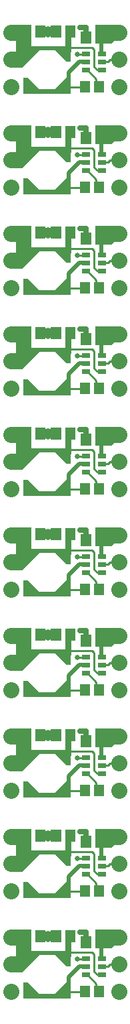
<source format=gbr>
G04 start of page 2 for group 0 idx 0 *
G04 Title: (unknown), component *
G04 Creator: pcb 4.0.2 *
G04 CreationDate: Mon Aug 16 16:10:31 2021 UTC *
G04 For: ndholmes *
G04 Format: Gerber/RS-274X *
G04 PCB-Dimensions (mil): 700.00 5100.00 *
G04 PCB-Coordinate-Origin: lower left *
%MOIN*%
%FSLAX25Y25*%
%LNTOP*%
%ADD21C,0.0500*%
%ADD20C,0.0120*%
%ADD19C,0.0310*%
%ADD18C,0.0260*%
%ADD17C,0.0800*%
%ADD16C,0.0250*%
%ADD15C,0.0450*%
%ADD14C,0.0300*%
%ADD13C,0.0100*%
%ADD12C,0.0200*%
%ADD11C,0.0001*%
G54D11*G36*
X8000Y434000D02*X16500D01*
Y429000D01*
X13500Y426000D01*
X8000D01*
Y434000D01*
G37*
G36*
Y384000D02*X16500D01*
Y379000D01*
X13500Y376000D01*
X8000D01*
Y384000D01*
G37*
G36*
X10500Y391000D02*X17000D01*
Y382000D01*
X10500D01*
Y391000D01*
G37*
G36*
X50000Y442000D02*X59500D01*
Y439500D01*
X58000Y438000D01*
X50000D01*
Y442000D01*
G37*
G36*
Y339500D02*Y347500D01*
X62000D01*
Y339500D01*
X50000D01*
G37*
G36*
Y342000D02*X59500D01*
Y339500D01*
X58000Y338000D01*
X50000D01*
Y342000D01*
G37*
G36*
X8000Y389500D02*Y397500D01*
X18000D01*
Y389500D01*
X8000D01*
G37*
G36*
X50000D02*Y397500D01*
X62000D01*
Y389500D01*
X50000D01*
G37*
G36*
Y392000D02*X59500D01*
Y389500D01*
X58000Y388000D01*
X50000D01*
Y392000D01*
G37*
G36*
Y492000D02*X59500D01*
Y489500D01*
X58000Y488000D01*
X50000D01*
Y492000D01*
G37*
G36*
X8000Y439500D02*Y447500D01*
X18000D01*
Y439500D01*
X8000D01*
G37*
G36*
X50000D02*Y447500D01*
X62000D01*
Y439500D01*
X50000D01*
G37*
G36*
X8000Y489500D02*Y497500D01*
X18000D01*
Y489500D01*
X8000D01*
G37*
G36*
X50000D02*Y497500D01*
X62000D01*
Y489500D01*
X50000D01*
G37*
G36*
X8000Y484000D02*X16500D01*
Y479000D01*
X13500Y476000D01*
X8000D01*
Y484000D01*
G37*
G36*
X10500Y491000D02*X17000D01*
Y482000D01*
X10500D01*
Y491000D01*
G37*
G36*
Y441000D02*X17000D01*
Y432000D01*
X10500D01*
Y441000D01*
G37*
G36*
X8000Y339500D02*Y347500D01*
X18000D01*
Y339500D01*
X8000D01*
G37*
G36*
Y334000D02*X16500D01*
Y329000D01*
X13500Y326000D01*
X8000D01*
Y334000D01*
G37*
G36*
X10500Y341000D02*X17000D01*
Y332000D01*
X10500D01*
Y341000D01*
G37*
G36*
X8000Y289500D02*Y297500D01*
X18000D01*
Y289500D01*
X8000D01*
G37*
G36*
X50000D02*Y297500D01*
X62000D01*
Y289500D01*
X50000D01*
G37*
G36*
Y292000D02*X59500D01*
Y289500D01*
X58000Y288000D01*
X50000D01*
Y292000D01*
G37*
G36*
Y239500D02*Y247500D01*
X62000D01*
Y239500D01*
X50000D01*
G37*
G36*
Y242000D02*X59500D01*
Y239500D01*
X58000Y238000D01*
X50000D01*
Y242000D01*
G37*
G36*
Y189500D02*Y197500D01*
X62000D01*
Y189500D01*
X50000D01*
G37*
G36*
X8000Y284000D02*X16500D01*
Y279000D01*
X13500Y276000D01*
X8000D01*
Y284000D01*
G37*
G36*
X10500Y291000D02*X17000D01*
Y282000D01*
X10500D01*
Y291000D01*
G37*
G36*
X8000Y239500D02*Y247500D01*
X18000D01*
Y239500D01*
X8000D01*
G37*
G36*
X10500Y241000D02*X17000D01*
Y232000D01*
X10500D01*
Y241000D01*
G37*
G36*
X8000Y234000D02*X16500D01*
Y229000D01*
X13500Y226000D01*
X8000D01*
Y234000D01*
G37*
G36*
Y189500D02*Y197500D01*
X18000D01*
Y189500D01*
X8000D01*
G37*
G36*
Y184000D02*X16500D01*
Y179000D01*
X13500Y176000D01*
X8000D01*
Y184000D01*
G37*
G36*
X10500Y191000D02*X17000D01*
Y182000D01*
X10500D01*
Y191000D01*
G37*
G36*
X50000Y192000D02*X59500D01*
Y189500D01*
X58000Y188000D01*
X50000D01*
Y192000D01*
G37*
G36*
X8000Y139500D02*Y147500D01*
X18000D01*
Y139500D01*
X8000D01*
G37*
G36*
X50000D02*Y147500D01*
X62000D01*
Y139500D01*
X50000D01*
G37*
G36*
Y142000D02*X59500D01*
Y139500D01*
X58000Y138000D01*
X50000D01*
Y142000D01*
G37*
G36*
X8000Y134000D02*X16500D01*
Y129000D01*
X13500Y126000D01*
X8000D01*
Y134000D01*
G37*
G36*
X10500Y141000D02*X17000D01*
Y132000D01*
X10500D01*
Y141000D01*
G37*
G36*
X8000Y89500D02*Y97500D01*
X18000D01*
Y89500D01*
X8000D01*
G37*
G36*
X50000D02*Y97500D01*
X62000D01*
Y89500D01*
X50000D01*
G37*
G36*
Y92000D02*X59500D01*
Y89500D01*
X58000Y88000D01*
X50000D01*
Y92000D01*
G37*
G36*
Y39500D02*Y47500D01*
X62000D01*
Y39500D01*
X50000D01*
G37*
G36*
Y42000D02*X59500D01*
Y39500D01*
X58000Y38000D01*
X50000D01*
Y42000D01*
G37*
G36*
X8000Y84000D02*X16500D01*
Y79000D01*
X13500Y76000D01*
X8000D01*
Y84000D01*
G37*
G36*
X10500Y91000D02*X17000D01*
Y82000D01*
X10500D01*
Y91000D01*
G37*
G36*
X8000Y39500D02*Y47500D01*
X18000D01*
Y39500D01*
X8000D01*
G37*
G36*
Y34000D02*X16500D01*
Y29000D01*
X13500Y26000D01*
X8000D01*
Y34000D01*
G37*
G36*
X10500Y41000D02*X17000D01*
Y32000D01*
X10500D01*
Y41000D01*
G37*
G54D12*X53043Y441000D02*Y432800D01*
X45300Y428900D02*X42000D01*
G54D13*X49500Y435000D02*X48500Y436000D01*
X53500Y425000D02*X51000D01*
X49500Y426500D01*
X45300Y425000D02*X46000D01*
X50500Y420500D01*
Y416500D01*
X48500Y436000D02*X36500D01*
X45300Y432800D02*X41000D01*
X53500Y428900D02*X56400D01*
X57500Y430000D01*
X62000D01*
G54D14*X36500Y394000D02*Y384500D01*
G54D13*X45300Y382800D02*X41000D01*
X46000Y375000D02*X50500Y370500D01*
Y366500D01*
X49500Y385000D02*X48500Y386000D01*
X36500D01*
G54D12*X45300Y378900D02*X42000D01*
X36700Y373600D01*
Y367100D01*
G54D13*X44957Y366500D02*X33813D01*
X45300Y375000D02*X46000D01*
G54D15*X23043Y444000D02*X30457D01*
X23043Y394000D02*X30457D01*
G54D14*X36500Y444000D02*Y434500D01*
G54D12*X42000Y428900D02*X36700Y423600D01*
G54D16*X42500Y446000D02*X45500D01*
Y441000D01*
G54D14*X16500Y444000D02*Y434500D01*
Y394000D02*Y384500D01*
G54D12*X36700Y423600D02*Y417100D01*
G54D13*X44957Y416500D02*X33813D01*
G54D16*X42500Y396000D02*X45500D01*
Y391000D01*
G54D12*X42000Y478900D02*X36700Y473600D01*
Y467100D01*
G54D13*X44957Y466500D02*X33813D01*
G54D12*X53043Y491000D02*Y482800D01*
G54D14*X36500Y494000D02*Y484500D01*
G54D13*X49500Y485000D02*X48500Y486000D01*
X36500D01*
G54D15*X23043Y494000D02*X30457D01*
G54D14*X16500D02*Y484500D01*
G54D16*X42500Y496000D02*X45500D01*
Y491000D01*
G54D13*X46000Y475000D02*X50500Y470500D01*
Y466500D01*
X51000Y475000D02*X49500Y476500D01*
G54D12*X45300Y478900D02*X42000D01*
G54D13*X45300Y475000D02*X46000D01*
X45300Y482800D02*X41000D01*
X53500Y475000D02*X51000D01*
X49500Y476500D02*Y485000D01*
X53500Y478900D02*X56400D01*
X57500Y480000D01*
X62000D01*
X49500Y426500D02*Y435000D01*
G54D12*X53043Y391000D02*Y382800D01*
G54D13*X53500Y375000D02*X51000D01*
X49500Y376500D01*
Y385000D01*
X53500Y378900D02*X56400D01*
X57500Y380000D01*
X62000D01*
G54D15*X23043Y344000D02*X30457D01*
G54D14*X36500D02*Y334500D01*
X16500Y344000D02*Y334500D01*
G54D16*X42500Y346000D02*X45500D01*
Y341000D01*
G54D13*X45300Y325000D02*X46000D01*
X50500Y320500D01*
Y316500D01*
G54D12*X42000Y328900D02*X36700Y323600D01*
G54D13*X44957Y316500D02*X33813D01*
G54D12*X45300Y328900D02*X42000D01*
G54D13*X49500Y335000D02*X48500Y336000D01*
X36500D01*
X45300Y332800D02*X41000D01*
G54D12*X36700Y323600D02*Y317100D01*
G54D14*X36500Y294000D02*Y284500D01*
G54D12*X36700Y273600D02*Y267100D01*
G54D14*X36500Y244000D02*Y234500D01*
G54D12*X36700Y223600D02*Y217100D01*
G54D15*X23043Y294000D02*X30457D01*
G54D14*X16500D02*Y284500D01*
G54D15*X23043Y244000D02*X30457D01*
G54D14*X16500D02*Y234500D01*
G54D12*X45300Y278900D02*X42000D01*
X36700Y273600D01*
G54D13*X44957Y266500D02*X33813D01*
X45300Y275000D02*X46000D01*
X50500Y270500D01*
Y266500D01*
X48500Y286000D02*X36500D01*
X45300Y282800D02*X41000D01*
G54D16*X42500Y296000D02*X45500D01*
Y291000D01*
G54D13*X45300Y232800D02*X41000D01*
G54D16*X42500Y246000D02*X45500D01*
Y241000D01*
G54D12*X53043Y341000D02*Y332800D01*
G54D13*X53500Y325000D02*X51000D01*
X49500Y326500D01*
Y335000D01*
X53500Y328900D02*X56400D01*
X57500Y330000D01*
X62000D01*
G54D12*X53043Y291000D02*Y282800D01*
G54D13*X53500Y275000D02*X51000D01*
X49500Y276500D01*
Y285000D01*
X53500Y278900D02*X56400D01*
X57500Y280000D01*
X62000D01*
X49500Y285000D02*X48500Y286000D01*
X46000Y225000D02*X50500Y220500D01*
Y216500D01*
X49500Y226500D02*Y235000D01*
X48500Y236000D01*
X36500D01*
G54D12*X45300Y228900D02*X42000D01*
X36700Y223600D01*
G54D13*X44957Y216500D02*X33813D01*
X45300Y225000D02*X46000D01*
G54D15*X23043Y194000D02*X30457D01*
G54D16*X42500Y196000D02*X45500D01*
Y191000D01*
G54D12*X53043Y241000D02*Y232800D01*
G54D13*X53500Y225000D02*X51000D01*
X49500Y226500D01*
X53500Y228900D02*X56400D01*
X57500Y230000D01*
X62000D01*
G54D12*X53043Y191000D02*Y182800D01*
G54D13*X53500Y175000D02*X51000D01*
X49500Y176500D01*
Y185000D01*
X53500Y178900D02*X56400D01*
X57500Y180000D01*
X62000D01*
G54D14*X36500Y194000D02*Y184500D01*
X16500Y194000D02*Y184500D01*
G54D12*X45300Y178900D02*X42000D01*
G54D13*X49500Y185000D02*X48500Y186000D01*
X36500D01*
X45300Y182800D02*X41000D01*
G54D12*X42000Y178900D02*X36700Y173600D01*
Y167100D01*
G54D13*X44957Y166500D02*X33813D01*
X45300Y175000D02*X46000D01*
X50500Y170500D01*
Y166500D01*
G54D15*X23043Y144000D02*X30457D01*
G54D14*X16500D02*Y134500D01*
G54D15*X23043Y94000D02*X30457D01*
G54D14*X16500D02*Y84500D01*
G54D12*X45300Y128900D02*X42000D01*
X36700Y123600D01*
G54D13*X45300Y125000D02*X46000D01*
X45300Y132800D02*X41000D01*
X49500Y135000D02*X48500Y136000D01*
G54D16*X42500Y146000D02*X45500D01*
Y141000D01*
G54D13*X48500Y136000D02*X36500D01*
G54D16*X45500Y96000D02*Y91000D01*
G54D12*X45300Y78900D02*X42000D01*
X36700Y73600D01*
Y67100D01*
G54D13*X44957Y66500D02*X33813D01*
X45300Y75000D02*X46000D01*
X50500Y70500D01*
Y66500D01*
G54D14*X36500Y144000D02*Y134500D01*
Y94000D02*Y84500D01*
G54D12*X36700Y123600D02*Y117100D01*
G54D13*X44957Y116500D02*X33813D01*
X46000Y125000D02*X50500Y120500D01*
Y116500D01*
X49500Y85000D02*X48500Y86000D01*
X36500D01*
X45300Y82800D02*X41000D01*
G54D16*X42500Y96000D02*X45500D01*
G54D12*X53043Y141000D02*Y132800D01*
G54D13*X53500Y125000D02*X51000D01*
X49500Y126500D01*
Y135000D01*
X53500Y128900D02*X56400D01*
X57500Y130000D01*
X62000D01*
G54D12*X53043Y91000D02*Y82800D01*
G54D13*X53500Y75000D02*X51000D01*
X49500Y76500D01*
Y85000D01*
X53500Y78900D02*X56400D01*
X57500Y80000D01*
X62000D01*
G54D12*X53043Y41000D02*Y32800D01*
G54D13*X53500Y25000D02*X51000D01*
X49500Y26500D01*
Y35000D01*
X53500Y28900D02*X56400D01*
X57500Y30000D01*
X62000D01*
G54D15*X23043Y44000D02*X30457D01*
G54D14*X36500D02*Y34500D01*
X16500Y44000D02*Y34500D01*
G54D16*X42500Y46000D02*X45500D01*
Y41000D01*
G54D12*X45300Y28900D02*X42000D01*
X36700Y23600D01*
Y17100D01*
G54D13*X44957Y16500D02*X33813D01*
X45300Y25000D02*X46000D01*
X50500Y20500D01*
Y16500D01*
X49500Y35000D02*X48500Y36000D01*
X36500D01*
X45300Y32800D02*X41000D01*
G54D17*X62000Y366500D03*
Y380000D03*
Y393500D03*
Y343500D03*
X8000Y380000D03*
Y366500D03*
Y393500D03*
Y330000D03*
Y316500D03*
Y343500D03*
Y466500D03*
X62000Y416500D03*
X8000D03*
X62000Y443500D03*
X8000D03*
X62000Y466500D03*
X8000Y480000D03*
X62000D03*
Y493500D03*
X8000D03*
Y430000D03*
X62000D03*
Y316500D03*
Y330000D03*
Y280000D03*
Y293500D03*
X8000Y280000D03*
Y293500D03*
Y266500D03*
Y230000D03*
Y243500D03*
X62000Y266500D03*
Y216500D03*
Y230000D03*
Y243500D03*
Y166500D03*
Y180000D03*
Y193500D03*
X8000Y216500D03*
Y180000D03*
Y166500D03*
Y193500D03*
X62000Y116500D03*
Y130000D03*
Y143500D03*
Y93500D03*
X8000Y130000D03*
Y116500D03*
Y143500D03*
Y80000D03*
Y66500D03*
Y93500D03*
X62000Y66500D03*
Y80000D03*
Y16500D03*
Y30000D03*
Y43500D03*
X8000Y30000D03*
Y16500D03*
Y43500D03*
G54D11*G36*
X14150Y315450D02*Y313150D01*
X37850D01*
Y315450D01*
X14150D01*
G37*
G36*
X37850Y321050D02*X35550D01*
Y313150D01*
X37850D01*
Y321050D01*
G37*
G36*
X16450D02*X14150D01*
Y313150D01*
X16450D01*
Y321050D01*
G37*
G36*
X33550Y317450D02*Y313450D01*
X37550D01*
Y317450D01*
X33550D01*
G37*
G36*
X14450D02*Y313450D01*
X18450D01*
Y317450D01*
X14450D01*
G37*
G36*
X37671Y318923D02*X35550Y321044D01*
X29956Y315450D01*
X32077Y313329D01*
X37671Y318923D01*
G37*
G36*
X16450Y321044D02*X14329Y318923D01*
X19923Y313329D01*
X22044Y315450D01*
X16450Y321044D01*
G37*
G36*
X51500Y326200D02*Y323800D01*
X55500D01*
Y326200D01*
X51500D01*
G37*
G36*
X54602Y319452D02*X49484D01*
Y313548D01*
X54602D01*
Y319452D01*
G37*
G36*
X51500Y330100D02*Y327700D01*
X55500D01*
Y330100D01*
X51500D01*
G37*
G36*
Y334000D02*Y331600D01*
X55500D01*
Y334000D01*
X51500D01*
G37*
G36*
X55102Y343952D02*X49984D01*
Y338048D01*
X55102D01*
Y343952D01*
G37*
G36*
X18016Y296952D02*X12898D01*
Y291048D01*
X18016D01*
Y296952D01*
G37*
G36*
X25102D02*X19984D01*
Y291048D01*
X25102D01*
Y296952D01*
G37*
G36*
X40102D02*X34984D01*
Y291048D01*
X40102D01*
Y296952D01*
G37*
G36*
X33016D02*X27898D01*
Y291048D01*
X33016D01*
Y296952D01*
G37*
G36*
X14150Y286850D02*Y284550D01*
X37850D01*
Y286850D01*
X14150D01*
G37*
G36*
Y265450D02*Y263150D01*
X37850D01*
Y265450D01*
X14150D01*
G37*
G36*
X37850Y271050D02*X35550D01*
Y263150D01*
X37850D01*
Y271050D01*
G37*
G36*
X16450D02*X14150D01*
Y263150D01*
X16450D01*
Y271050D01*
G37*
G36*
X33550Y267450D02*Y263450D01*
X37550D01*
Y267450D01*
X33550D01*
G37*
G36*
X14450D02*Y263450D01*
X18450D01*
Y267450D01*
X14450D01*
G37*
G36*
X16450Y271044D02*X14329Y268923D01*
X19923Y263329D01*
X22044Y265450D01*
X16450Y271044D01*
G37*
G36*
X51500Y276200D02*Y273800D01*
X55500D01*
Y276200D01*
X51500D01*
G37*
G36*
X54602Y269452D02*X49484D01*
Y263548D01*
X54602D01*
Y269452D01*
G37*
G36*
X51500Y280100D02*Y277700D01*
X55500D01*
Y280100D01*
X51500D01*
G37*
G36*
Y284000D02*Y281600D01*
X55500D01*
Y284000D01*
X51500D01*
G37*
G36*
X37671Y268923D02*X35550Y271044D01*
X29956Y265450D01*
X32077Y263329D01*
X37671Y268923D01*
G37*
G36*
X40102Y246952D02*X34984D01*
Y241048D01*
X40102D01*
Y246952D01*
G37*
G36*
X33016D02*X27898D01*
Y241048D01*
X33016D01*
Y246952D01*
G37*
G36*
X18016D02*X12898D01*
Y241048D01*
X18016D01*
Y246952D01*
G37*
G36*
X25102D02*X19984D01*
Y241048D01*
X25102D01*
Y246952D01*
G37*
G36*
X16450Y236850D02*X14150D01*
Y228950D01*
X16450D01*
Y236850D01*
G37*
G36*
X22044Y234550D02*X19923Y236671D01*
X14329Y231077D01*
X16450Y228956D01*
X22044Y234550D01*
G37*
G36*
X14450Y236550D02*Y232550D01*
X18450D01*
Y236550D01*
X14450D01*
G37*
G36*
X14150Y215450D02*Y213150D01*
X37850D01*
Y215450D01*
X14150D01*
G37*
G36*
X37850Y221050D02*X35550D01*
Y213150D01*
X37850D01*
Y221050D01*
G37*
G36*
X16450D02*X14150D01*
Y213150D01*
X16450D01*
Y221050D01*
G37*
G36*
X33550Y217450D02*Y213450D01*
X37550D01*
Y217450D01*
X33550D01*
G37*
G36*
X14450D02*Y213450D01*
X18450D01*
Y217450D01*
X14450D01*
G37*
G36*
X16450Y221044D02*X14329Y218923D01*
X19923Y213329D01*
X22044Y215450D01*
X16450Y221044D01*
G37*
G36*
X32077Y236671D02*X29956Y234550D01*
X35550Y228956D01*
X37671Y231077D01*
X32077Y236671D01*
G37*
G36*
X14150Y236850D02*Y234550D01*
X37850D01*
Y236850D01*
X14150D01*
G37*
G36*
X37850D02*X35550D01*
Y228950D01*
X37850D01*
Y236850D01*
G37*
G36*
X33550Y236550D02*Y232550D01*
X37550D01*
Y236550D01*
X33550D01*
G37*
G36*
X51500Y226200D02*Y223800D01*
X55500D01*
Y226200D01*
X51500D01*
G37*
G36*
Y230100D02*Y227700D01*
X55500D01*
Y230100D01*
X51500D01*
G37*
G36*
X43300D02*Y227700D01*
X47300D01*
Y230100D01*
X43300D01*
G37*
G36*
Y226200D02*Y223800D01*
X47300D01*
Y226200D01*
X43300D01*
G37*
G36*
X51500Y234000D02*Y231600D01*
X55500D01*
Y234000D01*
X51500D01*
G37*
G36*
X43300D02*Y231600D01*
X47300D01*
Y234000D01*
X43300D01*
G37*
G36*
X55102Y243952D02*X49984D01*
Y238048D01*
X55102D01*
Y243952D01*
G37*
G36*
X48016D02*X42898D01*
Y238048D01*
X48016D01*
Y243952D01*
G37*
G36*
X37671Y218923D02*X35550Y221044D01*
X29956Y215450D01*
X32077Y213329D01*
X37671Y218923D01*
G37*
G36*
X40102Y196952D02*X34984D01*
Y191048D01*
X40102D01*
Y196952D01*
G37*
G36*
X33016D02*X27898D01*
Y191048D01*
X33016D01*
Y196952D01*
G37*
G36*
X54602Y219452D02*X49484D01*
Y213548D01*
X54602D01*
Y219452D01*
G37*
G36*
X55102Y193952D02*X49984D01*
Y188048D01*
X55102D01*
Y193952D01*
G37*
G36*
X47516Y219452D02*X42398D01*
Y213548D01*
X47516D01*
Y219452D01*
G37*
G36*
X43300Y184000D02*Y181600D01*
X47300D01*
Y184000D01*
X43300D01*
G37*
G36*
Y180100D02*Y177700D01*
X47300D01*
Y180100D01*
X43300D01*
G37*
G36*
Y176200D02*Y173800D01*
X47300D01*
Y176200D01*
X43300D01*
G37*
G36*
X47516Y169452D02*X42398D01*
Y163548D01*
X47516D01*
Y169452D01*
G37*
G36*
X48016Y193952D02*X42898D01*
Y188048D01*
X48016D01*
Y193952D01*
G37*
G36*
X51500Y176200D02*Y173800D01*
X55500D01*
Y176200D01*
X51500D01*
G37*
G36*
Y180100D02*Y177700D01*
X55500D01*
Y180100D01*
X51500D01*
G37*
G36*
Y184000D02*Y181600D01*
X55500D01*
Y184000D01*
X51500D01*
G37*
G36*
X54602Y169452D02*X49484D01*
Y163548D01*
X54602D01*
Y169452D01*
G37*
G36*
X18016Y196952D02*X12898D01*
Y191048D01*
X18016D01*
Y196952D01*
G37*
G36*
X25102D02*X19984D01*
Y191048D01*
X25102D01*
Y196952D01*
G37*
G36*
X16450Y186850D02*X14150D01*
Y178950D01*
X16450D01*
Y186850D01*
G37*
G36*
X22044Y184550D02*X19923Y186671D01*
X14329Y181077D01*
X16450Y178956D01*
X22044Y184550D01*
G37*
G36*
X14450Y186550D02*Y182550D01*
X18450D01*
Y186550D01*
X14450D01*
G37*
G36*
X14150Y165450D02*Y163150D01*
X37850D01*
Y165450D01*
X14150D01*
G37*
G36*
X37850Y171050D02*X35550D01*
Y163150D01*
X37850D01*
Y171050D01*
G37*
G36*
X16450D02*X14150D01*
Y163150D01*
X16450D01*
Y171050D01*
G37*
G36*
X33550Y167450D02*Y163450D01*
X37550D01*
Y167450D01*
X33550D01*
G37*
G36*
X14450D02*Y163450D01*
X18450D01*
Y167450D01*
X14450D01*
G37*
G36*
X37671Y168923D02*X35550Y171044D01*
X29956Y165450D01*
X32077Y163329D01*
X37671Y168923D01*
G37*
G36*
X40102Y146952D02*X34984D01*
Y141048D01*
X40102D01*
Y146952D01*
G37*
G36*
X33016D02*X27898D01*
Y141048D01*
X33016D01*
Y146952D01*
G37*
G36*
X16450Y171044D02*X14329Y168923D01*
X19923Y163329D01*
X22044Y165450D01*
X16450Y171044D01*
G37*
G36*
X18016Y146952D02*X12898D01*
Y141048D01*
X18016D01*
Y146952D01*
G37*
G36*
X25102D02*X19984D01*
Y141048D01*
X25102D01*
Y146952D01*
G37*
G36*
X32077Y186671D02*X29956Y184550D01*
X35550Y178956D01*
X37671Y181077D01*
X32077Y186671D01*
G37*
G36*
X14150Y186850D02*Y184550D01*
X37850D01*
Y186850D01*
X14150D01*
G37*
G36*
X37850D02*X35550D01*
Y178950D01*
X37850D01*
Y186850D01*
G37*
G36*
X33550Y186550D02*Y182550D01*
X37550D01*
Y186550D01*
X33550D01*
G37*
G36*
X14150Y136850D02*Y134550D01*
X37850D01*
Y136850D01*
X14150D01*
G37*
G36*
X37850D02*X35550D01*
Y128950D01*
X37850D01*
Y136850D01*
G37*
G36*
X32077Y136671D02*X29956Y134550D01*
X35550Y128956D01*
X37671Y131077D01*
X32077Y136671D01*
G37*
G36*
X33550Y136550D02*Y132550D01*
X37550D01*
Y136550D01*
X33550D01*
G37*
G36*
X16450Y136850D02*X14150D01*
Y128950D01*
X16450D01*
Y136850D01*
G37*
G36*
X22044Y134550D02*X19923Y136671D01*
X14329Y131077D01*
X16450Y128956D01*
X22044Y134550D01*
G37*
G36*
X14450Y136550D02*Y132550D01*
X18450D01*
Y136550D01*
X14450D01*
G37*
G36*
X51500Y126200D02*Y123800D01*
X55500D01*
Y126200D01*
X51500D01*
G37*
G36*
Y130100D02*Y127700D01*
X55500D01*
Y130100D01*
X51500D01*
G37*
G36*
Y134000D02*Y131600D01*
X55500D01*
Y134000D01*
X51500D01*
G37*
G36*
X43300D02*Y131600D01*
X47300D01*
Y134000D01*
X43300D01*
G37*
G36*
Y130100D02*Y127700D01*
X47300D01*
Y130100D01*
X43300D01*
G37*
G36*
Y126200D02*Y123800D01*
X47300D01*
Y126200D01*
X43300D01*
G37*
G36*
X54602Y119452D02*X49484D01*
Y113548D01*
X54602D01*
Y119452D01*
G37*
G36*
X55102Y143952D02*X49984D01*
Y138048D01*
X55102D01*
Y143952D01*
G37*
G36*
X48016D02*X42898D01*
Y138048D01*
X48016D01*
Y143952D01*
G37*
G36*
X14150Y115450D02*Y113150D01*
X37850D01*
Y115450D01*
X14150D01*
G37*
G36*
X37850Y121050D02*X35550D01*
Y113150D01*
X37850D01*
Y121050D01*
G37*
G36*
X40102Y96952D02*X34984D01*
Y91048D01*
X40102D01*
Y96952D01*
G37*
G36*
X33016D02*X27898D01*
Y91048D01*
X33016D01*
Y96952D01*
G37*
G36*
X16450Y121050D02*X14150D01*
Y113150D01*
X16450D01*
Y121050D01*
G37*
G36*
X37671Y118923D02*X35550Y121044D01*
X29956Y115450D01*
X32077Y113329D01*
X37671Y118923D01*
G37*
G36*
X33550Y117450D02*Y113450D01*
X37550D01*
Y117450D01*
X33550D01*
G37*
G36*
X16450Y121044D02*X14329Y118923D01*
X19923Y113329D01*
X22044Y115450D01*
X16450Y121044D01*
G37*
G36*
X14450Y117450D02*Y113450D01*
X18450D01*
Y117450D01*
X14450D01*
G37*
G36*
X47516Y119452D02*X42398D01*
Y113548D01*
X47516D01*
Y119452D01*
G37*
G36*
X43300Y84000D02*Y81600D01*
X47300D01*
Y84000D01*
X43300D01*
G37*
G36*
Y80100D02*Y77700D01*
X47300D01*
Y80100D01*
X43300D01*
G37*
G36*
Y76200D02*Y73800D01*
X47300D01*
Y76200D01*
X43300D01*
G37*
G36*
X47516Y69452D02*X42398D01*
Y63548D01*
X47516D01*
Y69452D01*
G37*
G36*
X48016Y93952D02*X42898D01*
Y88048D01*
X48016D01*
Y93952D01*
G37*
G36*
X55102D02*X49984D01*
Y88048D01*
X55102D01*
Y93952D01*
G37*
G36*
X51500Y76200D02*Y73800D01*
X55500D01*
Y76200D01*
X51500D01*
G37*
G36*
Y80100D02*Y77700D01*
X55500D01*
Y80100D01*
X51500D01*
G37*
G36*
Y84000D02*Y81600D01*
X55500D01*
Y84000D01*
X51500D01*
G37*
G36*
X54602Y69452D02*X49484D01*
Y63548D01*
X54602D01*
Y69452D01*
G37*
G36*
X18016Y96952D02*X12898D01*
Y91048D01*
X18016D01*
Y96952D01*
G37*
G36*
X25102D02*X19984D01*
Y91048D01*
X25102D01*
Y96952D01*
G37*
G36*
X16450Y86850D02*X14150D01*
Y78950D01*
X16450D01*
Y86850D01*
G37*
G36*
X14450Y86550D02*Y82550D01*
X18450D01*
Y86550D01*
X14450D01*
G37*
G36*
X32077Y86671D02*X29956Y84550D01*
X35550Y78956D01*
X37671Y81077D01*
X32077Y86671D01*
G37*
G36*
X22044Y84550D02*X19923Y86671D01*
X14329Y81077D01*
X16450Y78956D01*
X22044Y84550D01*
G37*
G36*
X14150Y86850D02*Y84550D01*
X37850D01*
Y86850D01*
X14150D01*
G37*
G36*
X37850D02*X35550D01*
Y78950D01*
X37850D01*
Y86850D01*
G37*
G36*
X33550Y86550D02*Y82550D01*
X37550D01*
Y86550D01*
X33550D01*
G37*
G36*
X14150Y65450D02*Y63150D01*
X37850D01*
Y65450D01*
X14150D01*
G37*
G36*
X37850Y71050D02*X35550D01*
Y63150D01*
X37850D01*
Y71050D01*
G37*
G36*
X16450D02*X14150D01*
Y63150D01*
X16450D01*
Y71050D01*
G37*
G36*
X33550Y67450D02*Y63450D01*
X37550D01*
Y67450D01*
X33550D01*
G37*
G36*
X14450D02*Y63450D01*
X18450D01*
Y67450D01*
X14450D01*
G37*
G36*
X37671Y68923D02*X35550Y71044D01*
X29956Y65450D01*
X32077Y63329D01*
X37671Y68923D01*
G37*
G36*
X16450Y71044D02*X14329Y68923D01*
X19923Y63329D01*
X22044Y65450D01*
X16450Y71044D01*
G37*
G36*
X18016Y46952D02*X12898D01*
Y41048D01*
X18016D01*
Y46952D01*
G37*
G36*
X25102D02*X19984D01*
Y41048D01*
X25102D01*
Y46952D01*
G37*
G36*
X40102D02*X34984D01*
Y41048D01*
X40102D01*
Y46952D01*
G37*
G36*
X33016D02*X27898D01*
Y41048D01*
X33016D01*
Y46952D01*
G37*
G36*
X51500Y26200D02*Y23800D01*
X55500D01*
Y26200D01*
X51500D01*
G37*
G36*
Y30100D02*Y27700D01*
X55500D01*
Y30100D01*
X51500D01*
G37*
G36*
Y34000D02*Y31600D01*
X55500D01*
Y34000D01*
X51500D01*
G37*
G36*
X43300D02*Y31600D01*
X47300D01*
Y34000D01*
X43300D01*
G37*
G36*
Y30100D02*Y27700D01*
X47300D01*
Y30100D01*
X43300D01*
G37*
G36*
Y26200D02*Y23800D01*
X47300D01*
Y26200D01*
X43300D01*
G37*
G36*
X54602Y19452D02*X49484D01*
Y13548D01*
X54602D01*
Y19452D01*
G37*
G36*
X47516D02*X42398D01*
Y13548D01*
X47516D01*
Y19452D01*
G37*
G36*
X55102Y43952D02*X49984D01*
Y38048D01*
X55102D01*
Y43952D01*
G37*
G36*
X48016D02*X42898D01*
Y38048D01*
X48016D01*
Y43952D01*
G37*
G36*
X14150Y15450D02*Y13150D01*
X37850D01*
Y15450D01*
X14150D01*
G37*
G36*
X37850Y21050D02*X35550D01*
Y13150D01*
X37850D01*
Y21050D01*
G37*
G36*
X16450D02*X14150D01*
Y13150D01*
X16450D01*
Y21050D01*
G37*
G36*
X37671Y18923D02*X35550Y21044D01*
X29956Y15450D01*
X32077Y13329D01*
X37671Y18923D01*
G37*
G36*
X33550Y17450D02*Y13450D01*
X37550D01*
Y17450D01*
X33550D01*
G37*
G36*
X16450Y21044D02*X14329Y18923D01*
X19923Y13329D01*
X22044Y15450D01*
X16450Y21044D01*
G37*
G36*
X14450Y17450D02*Y13450D01*
X18450D01*
Y17450D01*
X14450D01*
G37*
G36*
X14150Y36850D02*Y34550D01*
X37850D01*
Y36850D01*
X14150D01*
G37*
G36*
X37850D02*X35550D01*
Y28950D01*
X37850D01*
Y36850D01*
G37*
G36*
X32077Y36671D02*X29956Y34550D01*
X35550Y28956D01*
X37671Y31077D01*
X32077Y36671D01*
G37*
G36*
X33550Y36550D02*Y32550D01*
X37550D01*
Y36550D01*
X33550D01*
G37*
G36*
X16450Y36850D02*X14150D01*
Y28950D01*
X16450D01*
Y36850D01*
G37*
G36*
X22044Y34550D02*X19923Y36671D01*
X14329Y31077D01*
X16450Y28956D01*
X22044Y34550D01*
G37*
G36*
X14450Y36550D02*Y32550D01*
X18450D01*
Y36550D01*
X14450D01*
G37*
G36*
X18016Y446952D02*X12898D01*
Y441048D01*
X18016D01*
Y446952D01*
G37*
G36*
X25102D02*X19984D01*
Y441048D01*
X25102D01*
Y446952D01*
G37*
G36*
X40102D02*X34984D01*
Y441048D01*
X40102D01*
Y446952D01*
G37*
G36*
X33016D02*X27898D01*
Y441048D01*
X33016D01*
Y446952D01*
G37*
G36*
X14150Y436850D02*Y434550D01*
X37850D01*
Y436850D01*
X14150D01*
G37*
G36*
Y415450D02*Y413150D01*
X37850D01*
Y415450D01*
X14150D01*
G37*
G36*
X37850Y421050D02*X35550D01*
Y413150D01*
X37850D01*
Y421050D01*
G37*
G36*
X16450D02*X14150D01*
Y413150D01*
X16450D01*
Y421050D01*
G37*
G36*
X33550Y417450D02*Y413450D01*
X37550D01*
Y417450D01*
X33550D01*
G37*
G36*
X14450D02*Y413450D01*
X18450D01*
Y417450D01*
X14450D01*
G37*
G36*
X16450Y436850D02*X14150D01*
Y428950D01*
X16450D01*
Y436850D01*
G37*
G36*
X22044Y434550D02*X19923Y436671D01*
X14329Y431077D01*
X16450Y428956D01*
X22044Y434550D01*
G37*
G36*
X14450Y436550D02*Y432550D01*
X18450D01*
Y436550D01*
X14450D01*
G37*
G36*
X37671Y418923D02*X35550Y421044D01*
X29956Y415450D01*
X32077Y413329D01*
X37671Y418923D01*
G37*
G36*
X32077Y436671D02*X29956Y434550D01*
X35550Y428956D01*
X37671Y431077D01*
X32077Y436671D01*
G37*
G36*
X33550Y436550D02*Y432550D01*
X37550D01*
Y436550D01*
X33550D01*
G37*
G36*
X40102Y396952D02*X34984D01*
Y391048D01*
X40102D01*
Y396952D01*
G37*
G36*
X33016D02*X27898D01*
Y391048D01*
X33016D01*
Y396952D01*
G37*
G36*
X16450Y421044D02*X14329Y418923D01*
X19923Y413329D01*
X22044Y415450D01*
X16450Y421044D01*
G37*
G36*
X18016Y396952D02*X12898D01*
Y391048D01*
X18016D01*
Y396952D01*
G37*
G36*
X25102D02*X19984D01*
Y391048D01*
X25102D01*
Y396952D01*
G37*
G36*
X51500Y426200D02*Y423800D01*
X55500D01*
Y426200D01*
X51500D01*
G37*
G36*
X43300D02*Y423800D01*
X47300D01*
Y426200D01*
X43300D01*
G37*
G36*
X54602Y419452D02*X49484D01*
Y413548D01*
X54602D01*
Y419452D01*
G37*
G36*
X47516D02*X42398D01*
Y413548D01*
X47516D01*
Y419452D01*
G37*
G36*
X51500Y430100D02*Y427700D01*
X55500D01*
Y430100D01*
X51500D01*
G37*
G36*
Y434000D02*Y431600D01*
X55500D01*
Y434000D01*
X51500D01*
G37*
G36*
X43300Y430100D02*Y427700D01*
X47300D01*
Y430100D01*
X43300D01*
G37*
G36*
Y434000D02*Y431600D01*
X47300D01*
Y434000D01*
X43300D01*
G37*
G36*
X37850Y436850D02*X35550D01*
Y428950D01*
X37850D01*
Y436850D01*
G37*
G36*
X55102Y443952D02*X49984D01*
Y438048D01*
X55102D01*
Y443952D01*
G37*
G36*
X48016D02*X42898D01*
Y438048D01*
X48016D01*
Y443952D01*
G37*
G36*
X18016Y496952D02*X12898D01*
Y491048D01*
X18016D01*
Y496952D01*
G37*
G36*
X25102D02*X19984D01*
Y491048D01*
X25102D01*
Y496952D01*
G37*
G36*
X14150Y465450D02*Y463150D01*
X37850D01*
Y465450D01*
X14150D01*
G37*
G36*
X16450Y471050D02*X14150D01*
Y463150D01*
X16450D01*
Y471050D01*
G37*
G36*
X37671Y468923D02*X35550Y471044D01*
X29956Y465450D01*
X32077Y463329D01*
X37671Y468923D01*
G37*
G36*
X16450Y471044D02*X14329Y468923D01*
X19923Y463329D01*
X22044Y465450D01*
X16450Y471044D01*
G37*
G36*
X33550Y467450D02*Y463450D01*
X37550D01*
Y467450D01*
X33550D01*
G37*
G36*
X14450D02*Y463450D01*
X18450D01*
Y467450D01*
X14450D01*
G37*
G36*
X33016Y496952D02*X27898D01*
Y491048D01*
X33016D01*
Y496952D01*
G37*
G36*
X32077Y486671D02*X29956Y484550D01*
X35550Y478956D01*
X37671Y481077D01*
X32077Y486671D01*
G37*
G36*
X33550Y486550D02*Y482550D01*
X37550D01*
Y486550D01*
X33550D01*
G37*
G36*
X14150Y486850D02*Y484550D01*
X37850D01*
Y486850D01*
X14150D01*
G37*
G36*
X16450D02*X14150D01*
Y478950D01*
X16450D01*
Y486850D01*
G37*
G36*
X22044Y484550D02*X19923Y486671D01*
X14329Y481077D01*
X16450Y478956D01*
X22044Y484550D01*
G37*
G36*
X14450Y486550D02*Y482550D01*
X18450D01*
Y486550D01*
X14450D01*
G37*
G36*
X40102Y496952D02*X34984D01*
Y491048D01*
X40102D01*
Y496952D01*
G37*
G36*
X37850Y486850D02*X35550D01*
Y478950D01*
X37850D01*
Y486850D01*
G37*
G36*
X55102Y493952D02*X49984D01*
Y488048D01*
X55102D01*
Y493952D01*
G37*
G36*
X48016D02*X42898D01*
Y488048D01*
X48016D01*
Y493952D01*
G37*
G36*
X43300Y484000D02*Y481600D01*
X47300D01*
Y484000D01*
X43300D01*
G37*
G36*
Y480100D02*Y477700D01*
X47300D01*
Y480100D01*
X43300D01*
G37*
G36*
Y476200D02*Y473800D01*
X47300D01*
Y476200D01*
X43300D01*
G37*
G36*
X54602Y469452D02*X49484D01*
Y463548D01*
X54602D01*
Y469452D01*
G37*
G36*
X47516D02*X42398D01*
Y463548D01*
X47516D01*
Y469452D01*
G37*
G36*
X37850Y471050D02*X35550D01*
Y463150D01*
X37850D01*
Y471050D01*
G37*
G36*
X51500Y476200D02*Y473800D01*
X55500D01*
Y476200D01*
X51500D01*
G37*
G36*
Y480100D02*Y477700D01*
X55500D01*
Y480100D01*
X51500D01*
G37*
G36*
Y484000D02*Y481600D01*
X55500D01*
Y484000D01*
X51500D01*
G37*
G36*
X43300Y384000D02*Y381600D01*
X47300D01*
Y384000D01*
X43300D01*
G37*
G36*
Y380100D02*Y377700D01*
X47300D01*
Y380100D01*
X43300D01*
G37*
G36*
Y376200D02*Y373800D01*
X47300D01*
Y376200D01*
X43300D01*
G37*
G36*
X47516Y369452D02*X42398D01*
Y363548D01*
X47516D01*
Y369452D01*
G37*
G36*
X48016Y393952D02*X42898D01*
Y388048D01*
X48016D01*
Y393952D01*
G37*
G36*
X43300Y334000D02*Y331600D01*
X47300D01*
Y334000D01*
X43300D01*
G37*
G36*
X48016Y343952D02*X42898D01*
Y338048D01*
X48016D01*
Y343952D01*
G37*
G36*
X14150Y365450D02*Y363150D01*
X37850D01*
Y365450D01*
X14150D01*
G37*
G36*
X37850Y371050D02*X35550D01*
Y363150D01*
X37850D01*
Y371050D01*
G37*
G36*
X37671Y368923D02*X35550Y371044D01*
X29956Y365450D01*
X32077Y363329D01*
X37671Y368923D01*
G37*
G36*
X33550Y367450D02*Y363450D01*
X37550D01*
Y367450D01*
X33550D01*
G37*
G36*
X16450Y371050D02*X14150D01*
Y363150D01*
X16450D01*
Y371050D01*
G37*
G36*
Y371044D02*X14329Y368923D01*
X19923Y363329D01*
X22044Y365450D01*
X16450Y371044D01*
G37*
G36*
X14450Y367450D02*Y363450D01*
X18450D01*
Y367450D01*
X14450D01*
G37*
G36*
X18016Y346952D02*X12898D01*
Y341048D01*
X18016D01*
Y346952D01*
G37*
G36*
X25102D02*X19984D01*
Y341048D01*
X25102D01*
Y346952D01*
G37*
G36*
X14150Y386850D02*Y384550D01*
X37850D01*
Y386850D01*
X14150D01*
G37*
G36*
X37850D02*X35550D01*
Y378950D01*
X37850D01*
Y386850D01*
G37*
G36*
X32077Y386671D02*X29956Y384550D01*
X35550Y378956D01*
X37671Y381077D01*
X32077Y386671D01*
G37*
G36*
X33550Y386550D02*Y382550D01*
X37550D01*
Y386550D01*
X33550D01*
G37*
G36*
X16450Y386850D02*X14150D01*
Y378950D01*
X16450D01*
Y386850D01*
G37*
G36*
X22044Y384550D02*X19923Y386671D01*
X14329Y381077D01*
X16450Y378956D01*
X22044Y384550D01*
G37*
G36*
X14450Y386550D02*Y382550D01*
X18450D01*
Y386550D01*
X14450D01*
G37*
G36*
X54602Y369452D02*X49484D01*
Y363548D01*
X54602D01*
Y369452D01*
G37*
G36*
X55102Y393952D02*X49984D01*
Y388048D01*
X55102D01*
Y393952D01*
G37*
G36*
X51500Y376200D02*Y373800D01*
X55500D01*
Y376200D01*
X51500D01*
G37*
G36*
Y380100D02*Y377700D01*
X55500D01*
Y380100D01*
X51500D01*
G37*
G36*
Y384000D02*Y381600D01*
X55500D01*
Y384000D01*
X51500D01*
G37*
G36*
X40102Y346952D02*X34984D01*
Y341048D01*
X40102D01*
Y346952D01*
G37*
G36*
X33016D02*X27898D01*
Y341048D01*
X33016D01*
Y346952D01*
G37*
G36*
X37850Y336850D02*X35550D01*
Y328950D01*
X37850D01*
Y336850D01*
G37*
G36*
X33550Y336550D02*Y332550D01*
X37550D01*
Y336550D01*
X33550D01*
G37*
G36*
X32077Y336671D02*X29956Y334550D01*
X35550Y328956D01*
X37671Y331077D01*
X32077Y336671D01*
G37*
G36*
X22044Y334550D02*X19923Y336671D01*
X14329Y331077D01*
X16450Y328956D01*
X22044Y334550D01*
G37*
G36*
X14150Y336850D02*Y334550D01*
X37850D01*
Y336850D01*
X14150D01*
G37*
G36*
X16450D02*X14150D01*
Y328950D01*
X16450D01*
Y336850D01*
G37*
G36*
X14450Y336550D02*Y332550D01*
X18450D01*
Y336550D01*
X14450D01*
G37*
G36*
X43300Y330100D02*Y327700D01*
X47300D01*
Y330100D01*
X43300D01*
G37*
G36*
Y326200D02*Y323800D01*
X47300D01*
Y326200D01*
X43300D01*
G37*
G36*
X47516Y319452D02*X42398D01*
Y313548D01*
X47516D01*
Y319452D01*
G37*
G36*
X43300Y280100D02*Y277700D01*
X47300D01*
Y280100D01*
X43300D01*
G37*
G36*
Y276200D02*Y273800D01*
X47300D01*
Y276200D01*
X43300D01*
G37*
G36*
X47516Y269452D02*X42398D01*
Y263548D01*
X47516D01*
Y269452D01*
G37*
G36*
X16450Y286850D02*X14150D01*
Y278950D01*
X16450D01*
Y286850D01*
G37*
G36*
X32077Y286671D02*X29956Y284550D01*
X35550Y278956D01*
X37671Y281077D01*
X32077Y286671D01*
G37*
G36*
X33550Y286550D02*Y282550D01*
X37550D01*
Y286550D01*
X33550D01*
G37*
G36*
X22044Y284550D02*X19923Y286671D01*
X14329Y281077D01*
X16450Y278956D01*
X22044Y284550D01*
G37*
G36*
X14450Y286550D02*Y282550D01*
X18450D01*
Y286550D01*
X14450D01*
G37*
G36*
X43300Y284000D02*Y281600D01*
X47300D01*
Y284000D01*
X43300D01*
G37*
G36*
X37850Y286850D02*X35550D01*
Y278950D01*
X37850D01*
Y286850D01*
G37*
G36*
X55102Y293952D02*X49984D01*
Y288048D01*
X55102D01*
Y293952D01*
G37*
G36*
X48016D02*X42898D01*
Y288048D01*
X48016D01*
Y293952D01*
G37*
G54D18*X26500Y295500D03*
X42500Y296000D03*
X45500D03*
X26500Y292500D03*
Y245500D03*
Y242500D03*
X41000Y282800D03*
Y232800D03*
X42500Y246000D03*
X45500D03*
X42500Y396000D03*
X45500D03*
X26500Y395500D03*
Y392500D03*
Y345500D03*
Y342500D03*
X41000Y382800D03*
Y332800D03*
X42500Y346000D03*
X45500D03*
X26500Y195500D03*
X42500Y196000D03*
X45500D03*
X26500Y192500D03*
Y145500D03*
Y142500D03*
X41000Y182800D03*
X42500Y146000D03*
X45500D03*
X26500Y495500D03*
X42500Y496000D03*
X45500D03*
X26500Y492500D03*
X41000Y482800D03*
X26500Y445500D03*
X42500Y446000D03*
X45500D03*
X26500Y442500D03*
X41000Y432800D03*
Y82800D03*
Y132800D03*
X26500Y95500D03*
X42500Y96000D03*
X45500D03*
Y46000D03*
X26500Y92500D03*
Y45500D03*
Y42500D03*
X41000Y32800D03*
X42500Y46000D03*
G54D19*G54D20*G54D19*G54D20*G54D19*G54D20*G54D19*G54D20*G54D19*G54D20*G54D19*G54D20*G54D19*G54D20*G54D19*G54D20*G54D21*M02*

</source>
